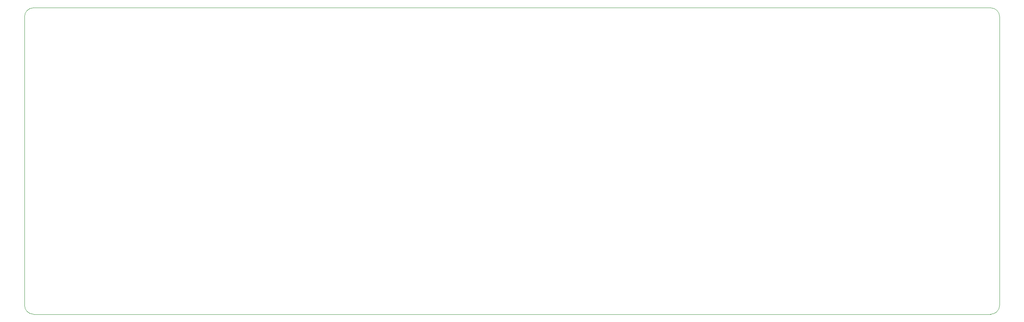
<source format=gbr>
%TF.GenerationSoftware,KiCad,Pcbnew,(5.1.9)-1*%
%TF.CreationDate,2021-08-06T01:24:01+02:00*%
%TF.ProjectId,rooster-pcb,726f6f73-7465-4722-9d70-63622e6b6963,rev?*%
%TF.SameCoordinates,Original*%
%TF.FileFunction,Profile,NP*%
%FSLAX46Y46*%
G04 Gerber Fmt 4.6, Leading zero omitted, Abs format (unit mm)*
G04 Created by KiCad (PCBNEW (5.1.9)-1) date 2021-08-06 01:24:01*
%MOMM*%
%LPD*%
G01*
G04 APERTURE LIST*
%TA.AperFunction,Profile*%
%ADD10C,0.050000*%
%TD*%
G04 APERTURE END LIST*
D10*
X249000000Y-99500000D02*
G75*
G02*
X247000000Y-101500000I-2000000J0D01*
G01*
X35000000Y-101500000D02*
G75*
G02*
X33000000Y-99500000I0J2000000D01*
G01*
X33000000Y-35500000D02*
G75*
G02*
X35000000Y-33500000I2000000J0D01*
G01*
X247000000Y-33500000D02*
G75*
G02*
X249000000Y-35500000I0J-2000000D01*
G01*
X249000000Y-99500000D02*
X249000000Y-35500000D01*
X35000000Y-101500000D02*
X247000000Y-101500000D01*
X33000000Y-35500000D02*
X33000000Y-99500000D01*
X247000000Y-33500000D02*
X35000000Y-33500000D01*
M02*

</source>
